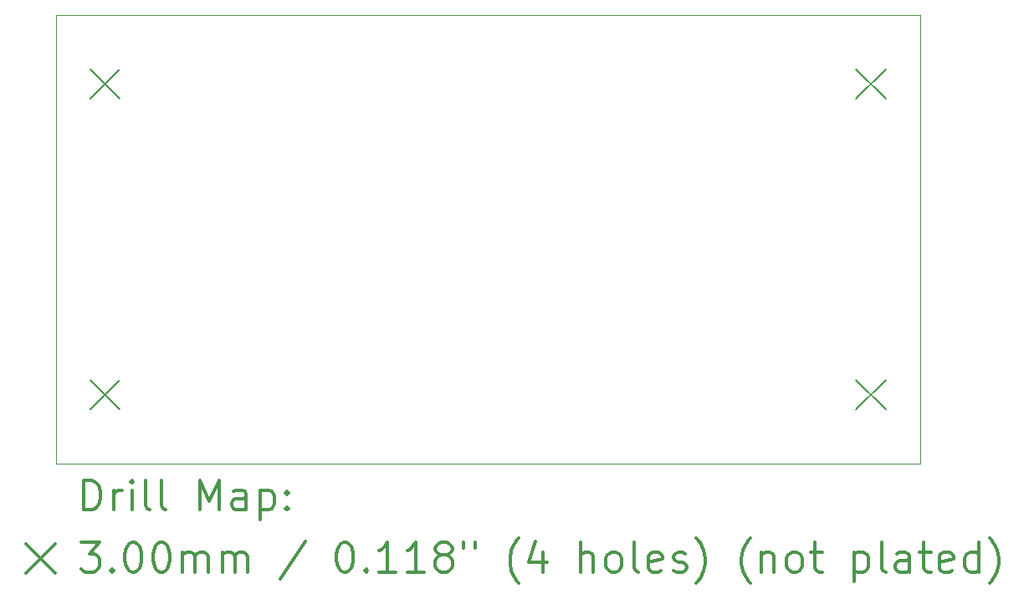
<source format=gbr>
%FSLAX45Y45*%
G04 Gerber Fmt 4.5, Leading zero omitted, Abs format (unit mm)*
G04 Created by KiCad (PCBNEW (5.1.6)-1) date 2021-07-17 16:45:11*
%MOMM*%
%LPD*%
G01*
G04 APERTURE LIST*
%TA.AperFunction,Profile*%
%ADD10C,0.050000*%
%TD*%
%ADD11C,0.200000*%
%ADD12C,0.300000*%
G04 APERTURE END LIST*
D10*
X11300000Y-5150000D02*
X20050000Y-5150000D01*
X11300000Y-9700000D02*
X11300000Y-5150000D01*
X20050000Y-9700000D02*
X11300000Y-9700000D01*
X20050000Y-5150000D02*
X20050000Y-9700000D01*
D11*
X19400000Y-8850000D02*
X19700000Y-9150000D01*
X19700000Y-8850000D02*
X19400000Y-9150000D01*
X11650000Y-5700000D02*
X11950000Y-6000000D01*
X11950000Y-5700000D02*
X11650000Y-6000000D01*
X11650000Y-8850000D02*
X11950000Y-9150000D01*
X11950000Y-8850000D02*
X11650000Y-9150000D01*
X19400000Y-5700000D02*
X19700000Y-6000000D01*
X19700000Y-5700000D02*
X19400000Y-6000000D01*
D12*
X11583928Y-10168214D02*
X11583928Y-9868214D01*
X11655357Y-9868214D01*
X11698214Y-9882500D01*
X11726786Y-9911072D01*
X11741071Y-9939643D01*
X11755357Y-9996786D01*
X11755357Y-10039643D01*
X11741071Y-10096786D01*
X11726786Y-10125357D01*
X11698214Y-10153929D01*
X11655357Y-10168214D01*
X11583928Y-10168214D01*
X11883928Y-10168214D02*
X11883928Y-9968214D01*
X11883928Y-10025357D02*
X11898214Y-9996786D01*
X11912500Y-9982500D01*
X11941071Y-9968214D01*
X11969643Y-9968214D01*
X12069643Y-10168214D02*
X12069643Y-9968214D01*
X12069643Y-9868214D02*
X12055357Y-9882500D01*
X12069643Y-9896786D01*
X12083928Y-9882500D01*
X12069643Y-9868214D01*
X12069643Y-9896786D01*
X12255357Y-10168214D02*
X12226786Y-10153929D01*
X12212500Y-10125357D01*
X12212500Y-9868214D01*
X12412500Y-10168214D02*
X12383928Y-10153929D01*
X12369643Y-10125357D01*
X12369643Y-9868214D01*
X12755357Y-10168214D02*
X12755357Y-9868214D01*
X12855357Y-10082500D01*
X12955357Y-9868214D01*
X12955357Y-10168214D01*
X13226786Y-10168214D02*
X13226786Y-10011072D01*
X13212500Y-9982500D01*
X13183928Y-9968214D01*
X13126786Y-9968214D01*
X13098214Y-9982500D01*
X13226786Y-10153929D02*
X13198214Y-10168214D01*
X13126786Y-10168214D01*
X13098214Y-10153929D01*
X13083928Y-10125357D01*
X13083928Y-10096786D01*
X13098214Y-10068214D01*
X13126786Y-10053929D01*
X13198214Y-10053929D01*
X13226786Y-10039643D01*
X13369643Y-9968214D02*
X13369643Y-10268214D01*
X13369643Y-9982500D02*
X13398214Y-9968214D01*
X13455357Y-9968214D01*
X13483928Y-9982500D01*
X13498214Y-9996786D01*
X13512500Y-10025357D01*
X13512500Y-10111072D01*
X13498214Y-10139643D01*
X13483928Y-10153929D01*
X13455357Y-10168214D01*
X13398214Y-10168214D01*
X13369643Y-10153929D01*
X13641071Y-10139643D02*
X13655357Y-10153929D01*
X13641071Y-10168214D01*
X13626786Y-10153929D01*
X13641071Y-10139643D01*
X13641071Y-10168214D01*
X13641071Y-9982500D02*
X13655357Y-9996786D01*
X13641071Y-10011072D01*
X13626786Y-9996786D01*
X13641071Y-9982500D01*
X13641071Y-10011072D01*
X10997500Y-10512500D02*
X11297500Y-10812500D01*
X11297500Y-10512500D02*
X10997500Y-10812500D01*
X11555357Y-10498214D02*
X11741071Y-10498214D01*
X11641071Y-10612500D01*
X11683928Y-10612500D01*
X11712500Y-10626786D01*
X11726786Y-10641072D01*
X11741071Y-10669643D01*
X11741071Y-10741072D01*
X11726786Y-10769643D01*
X11712500Y-10783929D01*
X11683928Y-10798214D01*
X11598214Y-10798214D01*
X11569643Y-10783929D01*
X11555357Y-10769643D01*
X11869643Y-10769643D02*
X11883928Y-10783929D01*
X11869643Y-10798214D01*
X11855357Y-10783929D01*
X11869643Y-10769643D01*
X11869643Y-10798214D01*
X12069643Y-10498214D02*
X12098214Y-10498214D01*
X12126786Y-10512500D01*
X12141071Y-10526786D01*
X12155357Y-10555357D01*
X12169643Y-10612500D01*
X12169643Y-10683929D01*
X12155357Y-10741072D01*
X12141071Y-10769643D01*
X12126786Y-10783929D01*
X12098214Y-10798214D01*
X12069643Y-10798214D01*
X12041071Y-10783929D01*
X12026786Y-10769643D01*
X12012500Y-10741072D01*
X11998214Y-10683929D01*
X11998214Y-10612500D01*
X12012500Y-10555357D01*
X12026786Y-10526786D01*
X12041071Y-10512500D01*
X12069643Y-10498214D01*
X12355357Y-10498214D02*
X12383928Y-10498214D01*
X12412500Y-10512500D01*
X12426786Y-10526786D01*
X12441071Y-10555357D01*
X12455357Y-10612500D01*
X12455357Y-10683929D01*
X12441071Y-10741072D01*
X12426786Y-10769643D01*
X12412500Y-10783929D01*
X12383928Y-10798214D01*
X12355357Y-10798214D01*
X12326786Y-10783929D01*
X12312500Y-10769643D01*
X12298214Y-10741072D01*
X12283928Y-10683929D01*
X12283928Y-10612500D01*
X12298214Y-10555357D01*
X12312500Y-10526786D01*
X12326786Y-10512500D01*
X12355357Y-10498214D01*
X12583928Y-10798214D02*
X12583928Y-10598214D01*
X12583928Y-10626786D02*
X12598214Y-10612500D01*
X12626786Y-10598214D01*
X12669643Y-10598214D01*
X12698214Y-10612500D01*
X12712500Y-10641072D01*
X12712500Y-10798214D01*
X12712500Y-10641072D02*
X12726786Y-10612500D01*
X12755357Y-10598214D01*
X12798214Y-10598214D01*
X12826786Y-10612500D01*
X12841071Y-10641072D01*
X12841071Y-10798214D01*
X12983928Y-10798214D02*
X12983928Y-10598214D01*
X12983928Y-10626786D02*
X12998214Y-10612500D01*
X13026786Y-10598214D01*
X13069643Y-10598214D01*
X13098214Y-10612500D01*
X13112500Y-10641072D01*
X13112500Y-10798214D01*
X13112500Y-10641072D02*
X13126786Y-10612500D01*
X13155357Y-10598214D01*
X13198214Y-10598214D01*
X13226786Y-10612500D01*
X13241071Y-10641072D01*
X13241071Y-10798214D01*
X13826786Y-10483929D02*
X13569643Y-10869643D01*
X14212500Y-10498214D02*
X14241071Y-10498214D01*
X14269643Y-10512500D01*
X14283928Y-10526786D01*
X14298214Y-10555357D01*
X14312500Y-10612500D01*
X14312500Y-10683929D01*
X14298214Y-10741072D01*
X14283928Y-10769643D01*
X14269643Y-10783929D01*
X14241071Y-10798214D01*
X14212500Y-10798214D01*
X14183928Y-10783929D01*
X14169643Y-10769643D01*
X14155357Y-10741072D01*
X14141071Y-10683929D01*
X14141071Y-10612500D01*
X14155357Y-10555357D01*
X14169643Y-10526786D01*
X14183928Y-10512500D01*
X14212500Y-10498214D01*
X14441071Y-10769643D02*
X14455357Y-10783929D01*
X14441071Y-10798214D01*
X14426786Y-10783929D01*
X14441071Y-10769643D01*
X14441071Y-10798214D01*
X14741071Y-10798214D02*
X14569643Y-10798214D01*
X14655357Y-10798214D02*
X14655357Y-10498214D01*
X14626786Y-10541072D01*
X14598214Y-10569643D01*
X14569643Y-10583929D01*
X15026786Y-10798214D02*
X14855357Y-10798214D01*
X14941071Y-10798214D02*
X14941071Y-10498214D01*
X14912500Y-10541072D01*
X14883928Y-10569643D01*
X14855357Y-10583929D01*
X15198214Y-10626786D02*
X15169643Y-10612500D01*
X15155357Y-10598214D01*
X15141071Y-10569643D01*
X15141071Y-10555357D01*
X15155357Y-10526786D01*
X15169643Y-10512500D01*
X15198214Y-10498214D01*
X15255357Y-10498214D01*
X15283928Y-10512500D01*
X15298214Y-10526786D01*
X15312500Y-10555357D01*
X15312500Y-10569643D01*
X15298214Y-10598214D01*
X15283928Y-10612500D01*
X15255357Y-10626786D01*
X15198214Y-10626786D01*
X15169643Y-10641072D01*
X15155357Y-10655357D01*
X15141071Y-10683929D01*
X15141071Y-10741072D01*
X15155357Y-10769643D01*
X15169643Y-10783929D01*
X15198214Y-10798214D01*
X15255357Y-10798214D01*
X15283928Y-10783929D01*
X15298214Y-10769643D01*
X15312500Y-10741072D01*
X15312500Y-10683929D01*
X15298214Y-10655357D01*
X15283928Y-10641072D01*
X15255357Y-10626786D01*
X15426786Y-10498214D02*
X15426786Y-10555357D01*
X15541071Y-10498214D02*
X15541071Y-10555357D01*
X15983928Y-10912500D02*
X15969643Y-10898214D01*
X15941071Y-10855357D01*
X15926786Y-10826786D01*
X15912500Y-10783929D01*
X15898214Y-10712500D01*
X15898214Y-10655357D01*
X15912500Y-10583929D01*
X15926786Y-10541072D01*
X15941071Y-10512500D01*
X15969643Y-10469643D01*
X15983928Y-10455357D01*
X16226786Y-10598214D02*
X16226786Y-10798214D01*
X16155357Y-10483929D02*
X16083928Y-10698214D01*
X16269643Y-10698214D01*
X16612500Y-10798214D02*
X16612500Y-10498214D01*
X16741071Y-10798214D02*
X16741071Y-10641072D01*
X16726786Y-10612500D01*
X16698214Y-10598214D01*
X16655357Y-10598214D01*
X16626786Y-10612500D01*
X16612500Y-10626786D01*
X16926786Y-10798214D02*
X16898214Y-10783929D01*
X16883928Y-10769643D01*
X16869643Y-10741072D01*
X16869643Y-10655357D01*
X16883928Y-10626786D01*
X16898214Y-10612500D01*
X16926786Y-10598214D01*
X16969643Y-10598214D01*
X16998214Y-10612500D01*
X17012500Y-10626786D01*
X17026786Y-10655357D01*
X17026786Y-10741072D01*
X17012500Y-10769643D01*
X16998214Y-10783929D01*
X16969643Y-10798214D01*
X16926786Y-10798214D01*
X17198214Y-10798214D02*
X17169643Y-10783929D01*
X17155357Y-10755357D01*
X17155357Y-10498214D01*
X17426786Y-10783929D02*
X17398214Y-10798214D01*
X17341071Y-10798214D01*
X17312500Y-10783929D01*
X17298214Y-10755357D01*
X17298214Y-10641072D01*
X17312500Y-10612500D01*
X17341071Y-10598214D01*
X17398214Y-10598214D01*
X17426786Y-10612500D01*
X17441071Y-10641072D01*
X17441071Y-10669643D01*
X17298214Y-10698214D01*
X17555357Y-10783929D02*
X17583928Y-10798214D01*
X17641071Y-10798214D01*
X17669643Y-10783929D01*
X17683928Y-10755357D01*
X17683928Y-10741072D01*
X17669643Y-10712500D01*
X17641071Y-10698214D01*
X17598214Y-10698214D01*
X17569643Y-10683929D01*
X17555357Y-10655357D01*
X17555357Y-10641072D01*
X17569643Y-10612500D01*
X17598214Y-10598214D01*
X17641071Y-10598214D01*
X17669643Y-10612500D01*
X17783928Y-10912500D02*
X17798214Y-10898214D01*
X17826786Y-10855357D01*
X17841071Y-10826786D01*
X17855357Y-10783929D01*
X17869643Y-10712500D01*
X17869643Y-10655357D01*
X17855357Y-10583929D01*
X17841071Y-10541072D01*
X17826786Y-10512500D01*
X17798214Y-10469643D01*
X17783928Y-10455357D01*
X18326786Y-10912500D02*
X18312500Y-10898214D01*
X18283928Y-10855357D01*
X18269643Y-10826786D01*
X18255357Y-10783929D01*
X18241071Y-10712500D01*
X18241071Y-10655357D01*
X18255357Y-10583929D01*
X18269643Y-10541072D01*
X18283928Y-10512500D01*
X18312500Y-10469643D01*
X18326786Y-10455357D01*
X18441071Y-10598214D02*
X18441071Y-10798214D01*
X18441071Y-10626786D02*
X18455357Y-10612500D01*
X18483928Y-10598214D01*
X18526786Y-10598214D01*
X18555357Y-10612500D01*
X18569643Y-10641072D01*
X18569643Y-10798214D01*
X18755357Y-10798214D02*
X18726786Y-10783929D01*
X18712500Y-10769643D01*
X18698214Y-10741072D01*
X18698214Y-10655357D01*
X18712500Y-10626786D01*
X18726786Y-10612500D01*
X18755357Y-10598214D01*
X18798214Y-10598214D01*
X18826786Y-10612500D01*
X18841071Y-10626786D01*
X18855357Y-10655357D01*
X18855357Y-10741072D01*
X18841071Y-10769643D01*
X18826786Y-10783929D01*
X18798214Y-10798214D01*
X18755357Y-10798214D01*
X18941071Y-10598214D02*
X19055357Y-10598214D01*
X18983928Y-10498214D02*
X18983928Y-10755357D01*
X18998214Y-10783929D01*
X19026786Y-10798214D01*
X19055357Y-10798214D01*
X19383928Y-10598214D02*
X19383928Y-10898214D01*
X19383928Y-10612500D02*
X19412500Y-10598214D01*
X19469643Y-10598214D01*
X19498214Y-10612500D01*
X19512500Y-10626786D01*
X19526786Y-10655357D01*
X19526786Y-10741072D01*
X19512500Y-10769643D01*
X19498214Y-10783929D01*
X19469643Y-10798214D01*
X19412500Y-10798214D01*
X19383928Y-10783929D01*
X19698214Y-10798214D02*
X19669643Y-10783929D01*
X19655357Y-10755357D01*
X19655357Y-10498214D01*
X19941071Y-10798214D02*
X19941071Y-10641072D01*
X19926786Y-10612500D01*
X19898214Y-10598214D01*
X19841071Y-10598214D01*
X19812500Y-10612500D01*
X19941071Y-10783929D02*
X19912500Y-10798214D01*
X19841071Y-10798214D01*
X19812500Y-10783929D01*
X19798214Y-10755357D01*
X19798214Y-10726786D01*
X19812500Y-10698214D01*
X19841071Y-10683929D01*
X19912500Y-10683929D01*
X19941071Y-10669643D01*
X20041071Y-10598214D02*
X20155357Y-10598214D01*
X20083928Y-10498214D02*
X20083928Y-10755357D01*
X20098214Y-10783929D01*
X20126786Y-10798214D01*
X20155357Y-10798214D01*
X20369643Y-10783929D02*
X20341071Y-10798214D01*
X20283928Y-10798214D01*
X20255357Y-10783929D01*
X20241071Y-10755357D01*
X20241071Y-10641072D01*
X20255357Y-10612500D01*
X20283928Y-10598214D01*
X20341071Y-10598214D01*
X20369643Y-10612500D01*
X20383928Y-10641072D01*
X20383928Y-10669643D01*
X20241071Y-10698214D01*
X20641071Y-10798214D02*
X20641071Y-10498214D01*
X20641071Y-10783929D02*
X20612500Y-10798214D01*
X20555357Y-10798214D01*
X20526786Y-10783929D01*
X20512500Y-10769643D01*
X20498214Y-10741072D01*
X20498214Y-10655357D01*
X20512500Y-10626786D01*
X20526786Y-10612500D01*
X20555357Y-10598214D01*
X20612500Y-10598214D01*
X20641071Y-10612500D01*
X20755357Y-10912500D02*
X20769643Y-10898214D01*
X20798214Y-10855357D01*
X20812500Y-10826786D01*
X20826786Y-10783929D01*
X20841071Y-10712500D01*
X20841071Y-10655357D01*
X20826786Y-10583929D01*
X20812500Y-10541072D01*
X20798214Y-10512500D01*
X20769643Y-10469643D01*
X20755357Y-10455357D01*
M02*

</source>
